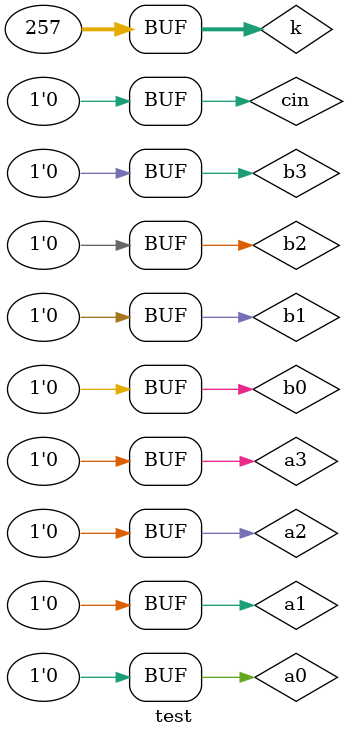
<source format=v>
module test();

reg a0,a1,a2,a3,b0,b1,b2,b3,cin;
wire s0,s1,s2,s3,cout;
integer k;

adder dut(a0,a1,a2,a3,b0,b1,b2,b3,cin,cout,s0,s1,s2,s3);

initial begin
cin=0;
$dumpfile("adder.vcd");
$dumpvars(0,test);

for(k=0;k<257;k=k+1)
begin
{a3,b3,a2,b2,a1,b1,a0,b0}=k;#5;
end
end

always @ (*)
begin
#1
$display("A = %b%b%b%b  B = %b%b%b%b  Cin = %b \nS = %b%b%b%b Cout = %b" ,a3,a2,a1,a0,b3,b2,b1,b0,cin,s3,s2,s1,s0,cout);
end

endmodule

</source>
